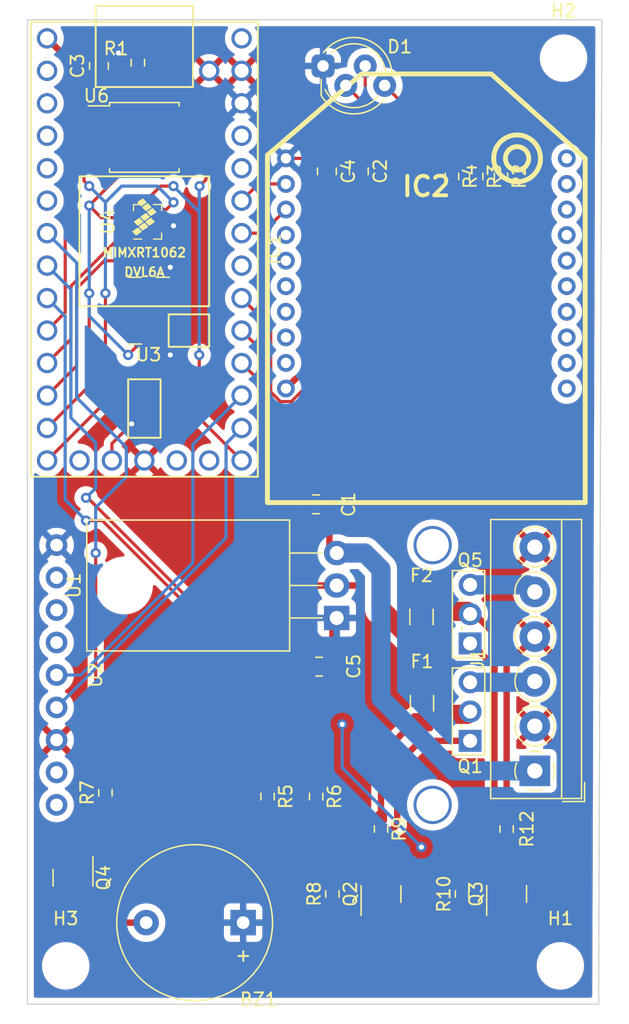
<source format=kicad_pcb>
(kicad_pcb (version 20211014) (generator pcbnew)
  (layers (0 "F.Cu" signal) (31 "B.Cu" signal) (34 "B.Paste" user) (35 "F.Paste" user) (36 "B.SilkS" user "B.Silkscreen") (37 "F.SilkS" user "F.Silkscreen") (38 "B.Mask" user) (39 "F.Mask" user) (44 "Edge.Cuts" user))
  (net 0 "")
  (net 1 "Net-(D1-Pad4)")
  (net 2 "Net-(D1-Pad3)")
  (net 3 "Net-(D1-Pad2)")
  (net 6 "GND")
  (net 7 "/SCK")
  (net 9 "/MISO")
  (net 10 "/XBEE-RX")
  (net 11 "/XBEE-TX")
  (net 14 "Net-(R1-Pad2)")
  (net 16 "+3V3")
  (net 17 "Net-(BZ1-Pad2)")
  (net 19 "/GPS-RX")
  (net 20 "/GPS-TX")
  (net 24 "/MOSI")
  (net 25 "/ADXL-CS")
  (net 26 "/BMP-CS")
  (net 27 "/FL-CS")
  (net 28 "BUZZER")
  (net 29 "Net-(F1-Pad2)")
  (net 30 "LED-B")
  (net 31 "LED-G")
  (net 32 "LED-R")
  (net 62 "Net-(F2-Pad2)")
  (net 63 "+BATT")
  (net 64 "/ACT1")
  (net 65 "/ACT2")
  (net 66 "Net-(Q1-Pad1)")
  (net 67 "/DROGUE_POW")
  (net 68 "Net-(Q2-Pad1)")
  (net 69 "Net-(Q3-Pad1)")
  (net 70 "Net-(Q3-Pad3)")
  (net 71 "Net-(Q4-Pad1)")
  (net 72 "/MAIN_POW")
  (footprint "Package_LGA:LGA-14_3x5mm_P0.8mm_LayoutBorder1x6y" (layer "F.Cu") (at 81.5 86.75 180)
    (fp_text reference "U3" (at 0 -3.45) (layer "F.SilkS"))
    (fp_text value "ADXL343")
    (pad "1" smd roundrect locked (at -1 -2 180) (size 0.95 0.6) (layers "F.Cu" "F.Paste" "F.Mask") (net 16 "+3V3"))
    (pad "2" smd roundrect locked (at -1 -1.2 180) (size 0.95 0.6) (layers "F.Cu" "F.Paste" "F.Mask") (net 6 "GND"))
    (pad "3" smd roundrect locked (at -1 -0.4 180) (size 0.95 0.6) (layers "F.Cu" "F.Paste" "F.Mask"))
    (pad "4" smd roundrect locked (at -1 0.4 180) (size 0.95 0.6) (layers "F.Cu" "F.Paste" "F.Mask") (net 6 "GND"))
    (pad "5" smd roundrect locked (at -1 1.2 180) (size 0.95 0.6) (layers "F.Cu" "F.Paste" "F.Mask") (net 6 "GND"))
    (pad "6" smd roundrect locked (at -1 2 180) (size 0.95 0.6) (layers "F.Cu" "F.Paste" "F.Mask") (net 16 "+3V3"))
    (pad "7" smd roundrect locked (at 0 2 180) (size 0.6 0.95) (layers "F.Cu" "F.Paste" "F.Mask") (net 25 "/ADXL-CS"))
    (pad "8" smd roundrect locked (at 1 2 180) (size 0.95 0.6) (layers "F.Cu" "F.Paste" "F.Mask"))
    (pad "9" smd roundrect locked (at 1 1.2 180) (size 0.95 0.6) (layers "F.Cu" "F.Paste" "F.Mask"))
    (pad "10" smd roundrect locked (at 1 0.4 180) (size 0.95 0.6) (layers "F.Cu" "F.Paste" "F.Mask"))
    (pad "11" smd roundrect locked (at 1 -0.4 180) (size 0.95 0.6) (layers "F.Cu" "F.Paste" "F.Mask"))
    (pad "12" smd roundrect locked (at 1 -1.2 180) (size 0.95 0.6) (layers "F.Cu" "F.Paste" "F.Mask") (net 9 "/MISO"))
    (pad "13" smd roundrect locked (at 1 -2 180) (size 0.95 0.6) (layers "F.Cu" "F.Paste" "F.Mask") (net 24 "/MOSI"))
    (pad "14" smd roundrect locked (at 0 -2 180) (size 0.6 0.95) (layers "F.Cu" "F.Paste" "F.Mask") (net 7 "/SCK"))
  )
  (footprint "Package_SO:SOIC-8_5.23x5.23mm_P1.27mm" (layer "F.Cu") (at 81.158 73.198)
    (fp_text reference "U6" (at -3.75 -3.25) (layer "F.SilkS"))
    (fp_text value "Memory_Flash_W25Q32JVSS")
    (pad "1" smd roundrect locked (at -3.6 -1.905) (size 1.6 0.6) (layers "F.Cu" "F.Paste" "F.Mask") (net 27 "/FL-CS"))
    (pad "2" smd roundrect locked (at -3.6 -0.635) (size 1.6 0.6) (layers "F.Cu" "F.Paste" "F.Mask") (net 9 "/MISO"))
    (pad "3" smd roundrect locked (at -3.6 0.635) (size 1.6 0.6) (layers "F.Cu" "F.Paste" "F.Mask"))
    (pad "4" smd roundrect locked (at -3.6 1.905) (size 1.6 0.6) (layers "F.Cu" "F.Paste" "F.Mask") (net 6 "GND"))
    (pad "5" smd roundrect locked (at 3.6 1.905) (size 1.6 0.6) (layers "F.Cu" "F.Paste" "F.Mask") (net 24 "/MOSI"))
    (pad "6" smd roundrect locked (at 3.6 0.635) (size 1.6 0.6) (layers "F.Cu" "F.Paste" "F.Mask") (net 7 "/SCK"))
    (pad "7" smd roundrect locked (at 3.6 -0.635) (size 1.6 0.6) (layers "F.Cu" "F.Paste" "F.Mask") (net 14 "Net-(R1-Pad2)"))
    (pad "8" smd roundrect locked (at 3.6 -1.905) (size 1.6 0.6) (layers "F.Cu" "F.Paste" "F.Mask") (net 16 "+3V3"))
  )
  (footprint "Capacitor_SMD:C_0805_2012Metric_Pad1.18x1.45mm_HandSolder" (layer "F.Cu") (at 94.62 101.9 180)
    (fp_text reference "C1" (at -2.54 -0.02 90) (layer "F.SilkS"))
    (fp_text value "10uf")
    (pad "1" smd roundrect locked (at -1.0375 0 180) (size 1.175 1.45) (layers "F.Cu" "F.Paste" "F.Mask") (roundrect_rratio 0.212766) (net 63 "+BATT"))
    (pad "2" smd roundrect locked (at 1.0375 0 180) (size 1.175 1.45) (layers "F.Cu" "F.Paste" "F.Mask") (roundrect_rratio 0.212766) (net 6 "GND"))
  )
  (footprint "Capacitor_SMD:C_0805_2012Metric_Pad1.18x1.45mm_HandSolder" (layer "F.Cu") (at 94.8525 114.6 180)
    (fp_text reference "C5" (at -2.71 0.02 90) (layer "F.SilkS"))
    (fp_text value "10uf")
    (pad "1" smd roundrect locked (at -1.0375 0 180) (size 1.175 1.45) (layers "F.Cu" "F.Paste" "F.Mask") (roundrect_rratio 0.212766) (net 16 "+3V3"))
    (pad "2" smd roundrect locked (at 1.0375 0 180) (size 1.175 1.45) (layers "F.Cu" "F.Paste" "F.Mask") (roundrect_rratio 0.212766) (net 6 "GND"))
  )
  (footprint "Package_TO_SOT_THT:TO-220-3_Horizontal_TabDown" (layer "F.Cu") (at 96.23 110.79 90)
    (fp_text reference "U1" (at 2.54 -20.58 90) (layer "F.SilkS"))
    (fp_text value "VXO7803-1000")
    (pad "" np_thru_hole oval locked (at 2.54 -16.66 90) (size 3.5 3.5) (drill 3.5) (layers *.Cu *.Mask))
    (pad "1" thru_hole rect locked (at 0 0 90) (size 1.905 2) (drill 1.1) (layers *.Cu *.Mask) (net 16 "+3V3"))
    (pad "2" thru_hole oval locked (at 2.54 0 90) (size 1.905 2) (drill 1.1) (layers *.Cu *.Mask) (net 6 "GND"))
    (pad "3" thru_hole oval locked (at 5.08 0 90) (size 1.905 2) (drill 1.1) (layers *.Cu *.Mask) (net 63 "+BATT"))
  )
  (footprint "Resistor_SMD:R_0603_1608Metric_Pad0.98x0.95mm_HandSolder" (layer "F.Cu") (at 80.65 67.356 -90)
    (fp_text reference "R1" (at -1.1 1.7) (layer "F.SilkS"))
    (fp_text value "10M")
    (pad "1" smd roundrect locked (at -0.9125 0 270) (size 0.975 0.95) (layers "F.Cu" "F.Paste" "F.Mask") (net 16 "+3V3"))
    (pad "2" smd roundrect locked (at 0.9125 0 270) (size 0.975 0.95) (layers "F.Cu" "F.Paste" "F.Mask") (net 14 "Net-(R1-Pad2)"))
  )
  (footprint "Flight Computer:XBEE_PRO_PTH" (layer "F.Cu") (at 103.25 74.84)
    (fp_text reference "IC2" (at 0 2.2) (layer "F.SilkS") (effects (font (size 1.524 1.524) (thickness 0.3048))))
    (fp_text value "XB24CZ7PIT-004" hide)
    (pad "1" thru_hole circle locked (at -11.00074 0) (size 1.397 1.397) (drill 0.8128) (layers *.Cu *.Mask) (net 16 "+3V3"))
    (pad "2" thru_hole circle locked (at -11.00074 1.99898) (size 1.397 1.397) (drill 0.8128) (layers *.Cu *.Mask) (net 11 "/XBEE-TX"))
    (pad "3" thru_hole circle locked (at -11.00074 4.0005) (size 1.397 1.397) (drill 0.8128) (layers *.Cu *.Mask) (net 10 "/XBEE-RX"))
    (pad "4" thru_hole circle locked (at -11.00074 5.99948) (size 1.397 1.397) (drill 0.8128) (layers *.Cu *.Mask))
    (pad "5" thru_hole circle locked (at -11.00074 8.001) (size 1.397 1.397) (drill 0.8128) (layers *.Cu *.Mask))
    (pad "6" thru_hole circle locked (at -11.00074 9.99998) (size 1.397 1.397) (drill 0.8128) (layers *.Cu *.Mask))
    (pad "7" thru_hole circle locked (at -11.00074 11.99896) (size 1.397 1.397) (drill 0.8128) (layers *.Cu *.Mask))
    (pad "8" thru_hole circle locked (at -11.00074 14.00048) (size 1.397 1.397) (drill 0.8128) (layers *.Cu *.Mask))
    (pad "9" thru_hole circle locked (at -11.00074 15.99946) (size 1.397 1.397) (drill 0.8128) (layers *.Cu *.Mask))
    (pad "10" thru_hole circle locked (at -11.00074 18.00098) (size 1.397 1.397) (drill 0.8128) (layers *.Cu *.Mask) (net 6 "GND"))
    (pad "11" thru_hole circle locked (at 11.00074 18.00098) (size 1.397 1.397) (drill 0.8128) (layers *.Cu *.Mask))
    (pad "12" thru_hole circle locked (at 11.00074 15.99946) (size 1.397 1.397) (drill 0.8128) (layers *.Cu *.Mask))
    (pad "13" thru_hole circle locked (at 11.00074 14.00048) (size 1.397 1.397) (drill 0.8128) (layers *.Cu *.Mask))
    (pad "14" thru_hole circle locked (at 11.00074 11.99896) (size 1.397 1.397) (drill 0.8128) (layers *.Cu *.Mask))
    (pad "15" thru_hole circle locked (at 11.00074 9.99998) (size 1.397 1.397) (drill 0.8128) (layers *.Cu *.Mask))
    (pad "16" thru_hole circle locked (at 11.00074 8.001) (size 1.397 1.397) (drill 0.8128) (layers *.Cu *.Mask))
    (pad "17" thru_hole circle locked (at 11.00074 5.99948) (size 1.397 1.397) (drill 0.8128) (layers *.Cu *.Mask))
    (pad "18" thru_hole circle locked (at 11.00074 4.0005) (size 1.397 1.397) (drill 0.8128) (layers *.Cu *.Mask))
    (pad "19" thru_hole circle locked (at 11.00074 1.99898) (size 1.397 1.397) (drill 0.8128) (layers *.Cu *.Mask))
    (pad "20" thru_hole circle locked (at 11.00074 0) (size 1.397 1.397) (drill 0.8128) (layers *.Cu *.Mask))
  )
  (footprint "Package_LGA:Bosch_LGA-8_2x2.5mm_P0.65mm_ClockwisePinNumbering" (layer "F.Cu") (at 81.412 79.802 90)
    (fp_text reference "U4" (at 0 -3.1 90) (layer "F.SilkS"))
    (fp_text value "BMP280")
    (pad "1" smd rect locked (at -0.975 -0.8 180) (size 0.5 0.35) (layers "F.Cu" "F.Paste" "F.Mask") (net 6 "GND"))
    (pad "2" smd rect locked (at -0.325 -0.8 180) (size 0.5 0.35) (layers "F.Cu" "F.Paste" "F.Mask") (net 26 "/BMP-CS"))
    (pad "3" smd rect locked (at 0.325 -0.8 180) (size 0.5 0.35) (layers "F.Cu" "F.Paste" "F.Mask") (net 24 "/MOSI"))
    (pad "4" smd rect locked (at 0.975 -0.8 180) (size 0.5 0.35) (layers "F.Cu" "F.Paste" "F.Mask") (net 7 "/SCK"))
    (pad "5" smd rect locked (at 0.975 0.8 180) (size 0.5 0.35) (layers "F.Cu" "F.Paste" "F.Mask") (net 9 "/MISO"))
    (pad "6" smd rect locked (at 0.325 0.8 180) (size 0.5 0.35) (layers "F.Cu" "F.Paste" "F.Mask") (net 16 "+3V3"))
    (pad "7" smd rect locked (at -0.325 0.8 180) (size 0.5 0.35) (layers "F.Cu" "F.Paste" "F.Mask") (net 6 "GND"))
    (pad "8" smd rect locked (at -0.975 0.8 180) (size 0.5 0.35) (layers "F.Cu" "F.Paste" "F.Mask") (net 16 "+3V3"))
  )
  (footprint "MountingHole:MountingHole_2.7mm_M2.5" (layer "F.Cu") (at 114 67)
    (fp_text reference "H2" (at 0 -3.7) (layer "F.SilkS"))
    (fp_text value "MountingHole")
    (pad "" np_thru_hole circle locked (at 0 0) (size 2.7 2.7) (drill 2.7) (layers *.Cu *.Mask))
  )
  (footprint "Capacitor_SMD:C_0805_2012Metric_Pad1.18x1.45mm_HandSolder" (layer "F.Cu") (at 97.96 75.8475 -90)
    (fp_text reference "C2" (at 0 -1.68 90) (layer "F.SilkS"))
    (fp_text value "1uf")
    (pad "1" smd roundrect locked (at -1.0375 0 270) (size 1.175 1.45) (layers "F.Cu" "F.Paste" "F.Mask") (roundrect_rratio 0.212766) (net 16 "+3V3"))
    (pad "2" smd roundrect locked (at 1.0375 0 270) (size 1.175 1.45) (layers "F.Cu" "F.Paste" "F.Mask") (roundrect_rratio 0.212766) (net 6 "GND"))
  )
  (footprint "Flight Computer:Teensy40" (layer "F.Cu") (at 81.16 81.96 -90)
    (fp_text reference "IC1" (at 0 -10.16 90) (layer "F.SilkS"))
    (fp_text value "TEENSY_4.0")
    (fp_text user "DVL6A" (at 1.778 0) (layer "F.SilkS") (effects (font (size 0.7 0.7))))
    (fp_text user "MIMXRT1062" (at 0.254 0) (layer "F.SilkS") (effects (font (size 0.7 0.7))))
    (pad "1" thru_hole circle (at -16.51 7.62 270) (size 1.6 1.6) (drill 1.1) (layers *.Cu *.Mask) (net 6 "GND"))
    (pad "2" thru_hole circle (at -13.97 7.62 270) (size 1.6 1.6) (drill 1.1) (layers *.Cu *.Mask))
    (pad "3" thru_hole circle (at -11.43 7.62 270) (size 1.6 1.6) (drill 1.1) (layers *.Cu *.Mask))
    (pad "4" thru_hole circle (at -8.89 7.62 270) (size 1.6 1.6) (drill 1.1) (layers *.Cu *.Mask))
    (pad "5" thru_hole circle (at -6.35 7.62 270) (size 1.6 1.6) (drill 1.1) (layers *.Cu *.Mask))
    (pad "6" thru_hole circle (at -3.81 7.62 270) (size 1.6 1.6) (drill 1.1) (layers *.Cu *.Mask))
    (pad "7" thru_hole circle (at -1.27 7.62 270) (size 1.6 1.6) (drill 1.1) (layers *.Cu *.Mask) (net 28 "BUZZER"))
    (pad "8" thru_hole circle (at 1.27 7.62 270) (size 1.6 1.6) (drill 1.1) (layers *.Cu *.Mask) (net 64 "/ACT1"))
    (pad "9" thru_hole circle (at 3.81 7.62 270) (size 1.6 1.6) (drill 1.1) (layers *.Cu *.Mask) (net 65 "/ACT2"))
    (pad "10" thru_hole circle (at 6.35 7.62 270) (size 1.6 1.6) (drill 1.1) (layers *.Cu *.Mask) (net 27 "/FL-CS"))
    (pad "11" thru_hole circle (at 8.89 7.62 270) (size 1.6 1.6) (drill 1.1) (layers *.Cu *.Mask) (net 26 "/BMP-CS"))
    (pad "12" thru_hole circle (at 11.43 7.62 270) (size 1.6 1.6) (drill 1.1) (layers *.Cu *.Mask) (net 25 "/ADXL-CS"))
    (pad "13" thru_hole circle (at 13.97 7.62 270) (size 1.6 1.6) (drill 1.1) (layers *.Cu *.Mask) (net 24 "/MOSI"))
    (pad "14" thru_hole circle (at 16.51 7.62 270) (size 1.6 1.6) (drill 1.1) (layers *.Cu *.Mask) (net 9 "/MISO"))
    (pad "15" thru_hole circle (at 16.51 5.08 270) (size 1.6 1.6) (drill 1.1) (layers *.Cu *.Mask))
    (pad "16" thru_hole circle (at 16.51 2.54 270) (size 1.6 1.6) (drill 1.1) (layers *.Cu *.Mask) (net 16 "+3V3"))
    (pad "17" thru_hole circle (at 16.51 0 270) (size 1.6 1.6) (drill 1.1) (layers *.Cu *.Mask) (net 6 "GND"))
    (pad "18" thru_hole circle (at 16.51 -2.54 270) (size 1.6 1.6) (drill 1.1) (layers *.Cu *.Mask))
    (pad "19" thru_hole circle (at 16.51 -5.08 270) (size 1.6 1.6) (drill 1.1) (layers *.Cu *.Mask))
    (pad "20" thru_hole circle (at 16.51 -7.62 270) (size 1.6 1.6) (drill 1.1) (layers *.Cu *.Mask) (net 7 "/SCK"))
    (pad "21" thru_hole circle (at 13.97 -7.62 270) (size 1.6 1.6) (drill 1.1) (layers *.Cu *.Mask) (net 19 "/GPS-RX"))
    (pad "22" thru_hole circle (at 11.43 -7.62 270) (size 1.6 1.6) (drill 1.1) (layers *.Cu *.Mask) (net 20 "/GPS-TX"))
    (pad "23" thru_hole circle (at 8.89 -7.62 270) (size 1.6 1.6) (drill 1.1) (layers *.Cu *.Mask) (net 32 "LED-R"))
    (pad "24" thru_hole circle (at 6.35 -7.62 270) (size 1.6 1.6) (drill 1.1) (layers *.Cu *.Mask) (net 31 "LED-G"))
    (pad "25" thru_hole circle (at 3.81 -7.62 270) (size 1.6 1.6) (drill 1.1) (layers *.Cu *.Mask) (net 30 "LED-B"))
    (pad "26" thru_hole circle (at 1.27 -7.62 270) (size 1.6 1.6) (drill 1.1) (layers *.Cu *.Mask))
    (pad "27" thru_hole circle (at -1.27 -7.62 270) (size 1.6 1.6) (drill 1.1) (layers *.Cu *.Mask) (net 10 "/XBEE-RX"))
    (pad "28" thru_hole circle (at -3.81 -7.62 270) (size 1.6 1.6) (drill 1.1) (layers *.Cu *.Mask) (net 11 "/XBEE-TX"))
    (pad "29" thru_hole circle (at -6.35 -7.62 270) (size 1.6 1.6) (drill 1.1) (layers *.Cu *.Mask))
    (pad "30" thru_hole circle (at -8.89 -7.62 270) (size 1.6 1.6) (drill 1.1) (layers *.Cu *.Mask))
    (pad "31" thru_hole circle (at -11.43 -7.62 270) (size 1.6 1.6) (drill 1.1) (layers *.Cu *.Mask) (net 16 "+3V3"))
    (pad "32" thru_hole circle (at -13.97 -7.62 270) (size 1.6 1.6) (drill 1.1) (layers *.Cu *.Mask) (net 6 "GND"))
    (pad "33" thru_hole circle (at -16.51 -7.62 270) (size 1.6 1.6) (drill 1.1) (layers *.Cu *.Mask))
    (pad "34" thru_hole circle (at -13.97 -5.08 270) (size 1.6 1.6) (drill 1.1) (layers *.Cu *.Mask) (net 6 "GND"))
  )
  (footprint "Package_TO_SOT_SMD:SOT-23" (layer "F.Cu") (at 99.7 132.38 90)
    (fp_text reference "Q2" (at 0 -2.4 90) (layer "F.SilkS"))
    (fp_text value "2N7002")
    (pad "1" smd roundrect locked (at -0.9375 -0.95 90) (size 1.475 0.6) (layers "F.Cu" "F.Paste" "F.Mask") (net 68 "Net-(Q2-Pad1)"))
    (pad "2" smd roundrect locked (at -0.9375 0.95 90) (size 1.475 0.6) (layers "F.Cu" "F.Paste" "F.Mask") (net 6 "GND"))
    (pad "3" smd roundrect locked (at 0.9375 0 90) (size 1.475 0.6) (layers "F.Cu" "F.Paste" "F.Mask") (net 66 "Net-(Q1-Pad1)"))
  )
  (footprint "Resistor_SMD:R_0603_1608Metric_Pad0.98x0.95mm_HandSolder" (layer "F.Cu") (at 105.26 76.246 -90)
    (fp_text reference "R4" (at 0 -1.43 90) (layer "F.SilkS"))
    (fp_text value "220")
    (pad "1" smd roundrect locked (at -0.9125 0 270) (size 0.975 0.95) (layers "F.Cu" "F.Paste" "F.Mask") (net 3 "Net-(D1-Pad2)"))
    (pad "2" smd roundrect locked (at 0.9125 0 270) (size 0.975 0.95) (layers "F.Cu" "F.Paste" "F.Mask") (net 30 "LED-B"))
  )
  (footprint "Flight Computer:Adafruit_GPS_THT" (layer "F.Cu") (at 72.25 115.25 -90)
    (fp_text reference "U2" (at 0 -5.08 90) (layer "F.SilkS"))
    (fp_text value "Flight-Computer_Adafruit_GPS_THT")
    (pad "" np_thru_hole circle locked (at -10.16 -31.496 270) (size 3 3) (drill 2.54) (layers *.Cu *.Mask))
    (pad "" np_thru_hole circle locked (at 10.16 -31.496 270) (size 3 3) (drill 2.54) (layers *.Cu *.Mask))
    (pad "1" thru_hole circle locked (at -10.16 -2.032 270) (size 1.7 1.7) (drill 1) (layers *.Cu *.Mask) (net 16 "+3V3"))
    (pad "2" thru_hole circle locked (at -7.62 -2.032 270) (size 1.7 1.7) (drill 1) (layers *.Cu *.Mask))
    (pad "3" thru_hole circle locked (at -5.08 -2.032 270) (size 1.7 1.7) (drill 1) (layers *.Cu *.Mask))
    (pad "4" thru_hole circle locked (at -2.54 -2.032 270) (size 1.7 1.7) (drill 1) (layers *.Cu *.Mask))
    (pad "5" thru_hole circle locked (at 0 -2.032 270) (size 1.7 1.7) (drill 1) (layers *.Cu *.Mask) (net 20 "/GPS-TX"))
    (pad "6" thru_hole circle locked (at 2.54 -2.032 270) (size 1.7 1.7) (drill 1) (layers *.Cu *.Mask) (net 19 "/GPS-RX"))
    (pad "7" thru_hole circle locked (at 5.08 -2.032 270) (size 1.7 1.7) (drill 1) (layers *.Cu *.Mask) (net 6 "GND"))
    (pad "8" thru_hole circle locked (at 7.62 -2.032 270) (size 1.7 1.7) (drill 1) (layers *.Cu *.Mask))
    (pad "9" thru_hole circle locked (at 10.16 -2.032 270) (size 1.7 1.7) (drill 1) (layers *.Cu *.Mask))
  )
  (footprint "Resistor_SMD:R_0603_1608Metric_Pad0.98x0.95mm_HandSolder" (layer "F.Cu") (at 94.62 124.76 -90)
    (fp_text reference "R6" (at 0 -1.43 90) (layer "F.SilkS"))
    (fp_text value "100R")
    (pad "1" smd roundrect locked (at -0.9125 0 270) (size 0.975 0.95) (layers "F.Cu" "F.Paste" "F.Mask") (net 64 "/ACT1"))
    (pad "2" smd roundrect locked (at 0.9125 0 270) (size 0.975 0.95) (layers "F.Cu" "F.Paste" "F.Mask") (net 68 "Net-(Q2-Pad1)"))
  )
  (footprint "Fuse:Fuse_1206_3216Metric_Pad1.42x1.75mm_HandSolder" (layer "F.Cu") (at 102.91 117.46 -90)
    (fp_text reference "F1" (at -3.2625 0 -180) (layer "F.SilkS"))
    (fp_text value "3A Polyfuse")
    (pad "1" smd roundrect locked (at -1.4875 0 270) (size 1.425 1.75) (layers "F.Cu" "F.Paste" "F.Mask") (roundrect_rratio 0.175439) (net 63 "+BATT"))
    (pad "2" smd roundrect locked (at 1.4875 0 270) (size 1.425 1.75) (layers "F.Cu" "F.Paste" "F.Mask") (roundrect_rratio 0.175439) (net 29 "Net-(F1-Pad2)"))
  )
  (footprint "Package_TO_SOT_THT:TO-251-3_Vertical" (layer "F.Cu") (at 106.68 120.4 90)
    (fp_text reference "Q1" (at -2 0 180) (layer "F.SilkS"))
    (fp_text value "AOI21357")
    (pad "1" thru_hole rect locked (at 0 0 90) (size 1.7175 1.8) (drill 1.1) (layers *.Cu *.Mask) (net 66 "Net-(Q1-Pad1)"))
    (pad "2" thru_hole oval locked (at 2.29 0 90) (size 1.7175 1.8) (drill 1.1) (layers *.Cu *.Mask) (net 29 "Net-(F1-Pad2)"))
    (pad "3" thru_hole oval locked (at 4.58 0 90) (size 1.7175 1.8) (drill 1.1) (layers *.Cu *.Mask) (net 67 "/DROGUE_POW"))
  )
  (footprint "Capacitor_SMD:C_0805_2012Metric_Pad1.18x1.45mm_HandSolder" (layer "F.Cu") (at 95.46 75.8475 -90)
    (fp_text reference "C4" (at 0 -1.68 90) (layer "F.SilkS"))
    (fp_text value "47pf")
    (pad "1" smd roundrect locked (at -1.0375 0 270) (size 1.175 1.45) (layers "F.Cu" "F.Paste" "F.Mask") (roundrect_rratio 0.212766) (net 16 "+3V3"))
    (pad "2" smd roundrect locked (at 1.0375 0 270) (size 1.175 1.45) (layers "F.Cu" "F.Paste" "F.Mask") (roundrect_rratio 0.212766) (net 6 "GND"))
  )
  (footprint "Package_TO_SOT_SMD:SOT-23" (layer "F.Cu") (at 75.57 131.11 -90)
    (fp_text reference "Q4" (at 0 -2.4 90) (layer "F.SilkS"))
    (fp_text value "2N7002")
    (pad "1" smd roundrect locked (at -0.9375 -0.95 270) (size 1.475 0.6) (layers "F.Cu" "F.Paste" "F.Mask") (net 71 "Net-(Q4-Pad1)"))
    (pad "2" smd roundrect locked (at -0.9375 0.95 270) (size 1.475 0.6) (layers "F.Cu" "F.Paste" "F.Mask") (net 6 "GND"))
    (pad "3" smd roundrect locked (at 0.9375 0 270) (size 1.475 0.6) (layers "F.Cu" "F.Paste" "F.Mask") (net 17 "Net-(BZ1-Pad2)"))
  )
  (footprint "Package_TO_SOT_THT:TO-251-3_Vertical" (layer "F.Cu") (at 106.68 112.78 90)
    (fp_text reference "Q5" (at 6.5 0 180) (layer "F.SilkS"))
    (fp_text value "AOI21357")
    (pad "1" thru_hole rect locked (at 0 0 90) (size 1.7175 1.8) (drill 1.1) (layers *.Cu *.Mask) (net 70 "Net-(Q3-Pad3)"))
    (pad "2" thru_hole oval locked (at 2.29 0 90) (size 1.7175 1.8) (drill 1.1) (layers *.Cu *.Mask) (net 62 "Net-(F2-Pad2)"))
    (pad "3" thru_hole oval locked (at 4.58 0 90) (size 1.7175 1.8) (drill 1.1) (layers *.Cu *.Mask) (net 72 "/MAIN_POW"))
  )
  (footprint "MountingHole:MountingHole_2.7mm_M2.5" (layer "F.Cu") (at 75 138)
    (fp_text reference "H3" (at 0 -3.7) (layer "F.SilkS"))
    (fp_text value "MountingHole")
    (pad "" np_thru_hole circle locked (at 0 0) (size 2.7 2.7) (drill 2.7) (layers *.Cu *.Mask))
  )
  (footprint "Capacitor_SMD:C_0805_2012Metric_Pad1.18x1.45mm_HandSolder" (layer "F.Cu") (at 77.602 67.61 90)
    (fp_text reference "C3" (at 0 -1.68 90) (layer "F.SilkS"))
    (fp_text value "22uf")
    (pad "1" smd roundrect locked (at -1.0375 0 90) (size 1.175 1.45) (layers "F.Cu" "F.Paste" "F.Mask") (roundrect_rratio 0.212766) (net 6 "GND"))
    (pad "2" smd roundrect locked (at 1.0375 0 90) (size 1.175 1.45) (layers "F.Cu" "F.Paste" "F.Mask") (roundrect_rratio 0.212766) (net 16 "+3V3"))
  )
  (footprint "Resistor_SMD:R_0603_1608Metric_Pad0.98x0.95mm_HandSolder" (layer "F.Cu") (at 90.81 124.76 -90)
    (fp_text reference "R5" (at 0 -1.43 90) (layer "F.SilkS"))
    (fp_text value "100R")
    (pad "1" smd roundrect locked (at -0.9125 0 270) (size 0.975 0.95) (layers "F.Cu" "F.Paste" "F.Mask") (net 65 "/ACT2"))
    (pad "2" smd roundrect locked (at 0.9125 0 270) (size 0.975 0.95) (layers "F.Cu" "F.Paste" "F.Mask") (net 69 "Net-(Q3-Pad1)"))
  )
  (footprint "TerminalBlock_4Ucon:TerminalBlock_4Ucon_1x06_P3.50mm_Horizontal" (layer "F.Cu") (at 111.75 122.75 90)
    (fp_text reference "J1" (at 8.75 -4.46 90) (layer "F.SilkS"))
    (fp_text value "Screw_Terminal_01x06")
    (pad "1" thru_hole rect locked (at 0 0 90) (size 2.4 2.4) (drill 1.2) (layers *.Cu *.Mask) (net 63 "+BATT"))
    (pad "2" thru_hole circle locked (at 3.5 0 90) (size 2.4 2.4) (drill 1.2) (layers *.Cu *.Mask) (net 6 "GND"))
    (pad "3" thru_hole circle locked (at 7 0 90) (size 2.4 2.4) (drill 1.2) (layers *.Cu *.Mask) (net 67 "/DROGUE_POW"))
    (pad "4" thru_hole circle locked (at 10.5 0 90) (size 2.4 2.4) (drill 1.2) (layers *.Cu *.Mask) (net 6 "GND"))
    (pad "5" thru_hole circle locked (at 14 0 90) (size 2.4 2.4) (drill 1.2) (layers *.Cu *.Mask) (net 72 "/MAIN_POW"))
    (pad "6" thru_hole circle locked (at 17.5 0 90) (size 2.4 2.4) (drill 1.2) (layers *.Cu *.Mask) (net 6 "GND"))
  )
  (footprint "Buzzer_Beeper:Buzzer_12x9.5RM7.6" (layer "F.Cu") (at 88.9 134.62 180)
    (fp_text reference "BZ1" (at -1.2 -6) (layer "F.SilkS"))
    (fp_text value "Buzzer")
    (fp_text user "+" (at -0.01 -2.54) (layer "F.SilkS"))
    (pad "1" thru_hole rect locked (at 0 0 180) (size 2 2) (drill 1) (layers *.Cu *.Mask) (net 16 "+3V3"))
    (pad "2" thru_hole circle locked (at 7.6 0 180) (size 2 2) (drill 1) (layers *.Cu *.Mask) (net 17 "Net-(BZ1-Pad2)"))
  )
  (footprint "Resistor_SMD:R_0603_1608Metric_Pad0.98x0.95mm_HandSolder" (layer "F.Cu") (at 95.89 132.38 90)
    (fp_text reference "R8" (at 0 -1.43 90) (layer "F.SilkS"))
    (fp_text value "10k")
    (pad "1" smd roundrect locked (at -0.9125 0 90) (size 0.975 0.95) (layers "F.Cu" "F.Paste" "F.Mask") (net 68 "Net-(Q2-Pad1)"))
    (pad "2" smd roundrect locked (at 0.9125 0 90) (size 0.975 0.95) (layers "F.Cu" "F.Paste" "F.Mask") (net 6 "GND"))
  )
  (footprint "Resistor_SMD:R_0603_1608Metric_Pad0.98x0.95mm_HandSolder" (layer "F.Cu") (at 109.54 127.3 -90)
    (fp_text reference "R12" (at 0 -1.59 90) (layer "F.SilkS"))
    (fp_text value "10k")
    (pad "1" smd roundrect locked (at -0.9125 0 270) (size 0.975 0.95) (layers "F.Cu" "F.Paste" "F.Mask") (net 62 "Net-(F2-Pad2)"))
    (pad "2" smd roundrect locked (at 0.9125 0 270) (size 0.975 0.95) (layers "F.Cu" "F.Paste" "F.Mask") (net 70 "Net-(Q3-Pad3)"))
  )
  (footprint "Resistor_SMD:R_0603_1608Metric_Pad0.98x0.95mm_HandSolder" (layer "F.Cu") (at 78.11 124.46 90)
    (fp_text reference "R7" (at 0 -1.43 90) (layer "F.SilkS"))
    (fp_text value "100")
    (pad "1" smd roundrect locked (at -0.9125 0 90) (size 0.975 0.95) (layers "F.Cu" "F.Paste" "F.Mask") (net 71 "Net-(Q4-Pad1)"))
    (pad "2" smd roundrect locked (at 0.9125 0 90) (size 0.975 0.95) (layers "F.Cu" "F.Paste" "F.Mask") (net 28 "BUZZER"))
  )
  (footprint "Package_TO_SOT_SMD:SOT-23" (layer "F.Cu") (at 109.54 132.38 90)
    (fp_text reference "Q3" (at 0 -2.4 90) (layer "F.SilkS"))
    (fp_text value "2N7002")
    (pad "1" smd roundrect locked (at -0.9375 -0.95 90) (size 1.475 0.6) (layers "F.Cu" "F.Paste" "F.Mask") (net 69 "Net-(Q3-Pad1)"))
    (pad "2" smd roundrect locked (at -0.9375 0.95 90) (size 1.475 0.6) (layers "F.Cu" "F.Paste" "F.Mask") (net 6 "GND"))
    (pad "3" smd roundrect locked (at 0.9375 0 90) (size 1.475 0.6) (layers "F.Cu" "F.Paste" "F.Mask") (net 70 "Net-(Q3-Pad3)"))
  )
  (footprint "Resistor_SMD:R_0603_1608Metric_Pad0.98x0.95mm_HandSolder" (layer "F.Cu") (at 99.7 127.3 -90)
    (fp_text reference "R9" (at 0 -1.43 90) (layer "F.SilkS"))
    (fp_text value "10k")
    (pad "1" smd roundrect locked (at -0.9125 0 270) (size 0.975 0.95) (layers "F.Cu" "F.Paste" "F.Mask") (net 29 "Net-(F1-Pad2)"))
    (pad "2" smd roundrect locked (at 0.9125 0 270) (size 0.975 0.95) (layers "F.Cu" "F.Paste" "F.Mask") (net 66 "Net-(Q1-Pad1)"))
  )
  (footprint "Resistor_SMD:R_0603_1608Metric_Pad0.98x0.95mm_HandSolder" (layer "F.Cu") (at 109.098 76.246 -90)
    (fp_text reference "R2" (at 0 -1.43 90) (layer "F.SilkS"))
    (fp_text value "220")
    (pad "1" smd roundrect locked (at -0.9125 0 270) (size 0.975 0.95) (layers "F.Cu" "F.Paste" "F.Mask") (net 1 "Net-(D1-Pad4)"))
    (pad "2" smd roundrect locked (at 0.9125 0 270) (size 0.975 0.95) (layers "F.Cu" "F.Paste" "F.Mask") (net 32 "LED-R"))
  )
  (footprint "LED_THT:LED_D5.0mm-4_RGB_Staggered_Pins" (layer "F.Cu") (at 95.16 67.61)
    (fp_text reference "D1" (at 6 -1.5) (layer "F.SilkS"))
    (fp_text value "LED_ABGR")
    (pad "1" thru_hole roundrect locked (at 0 0) (size 1.8 1.8) (drill 0.9) (layers *.Cu *.Mask) (net 16 "+3V3"))
    (pad "2" thru_hole circle locked (at 1.778 1.524) (size 1.8 1.8) (drill 0.9) (layers *.Cu *.Mask) (net 3 "Net-(D1-Pad2)"))
    (pad "3" thru_hole circle locked (at 3.302 0) (size 1.8 1.8) (drill 0.9) (layers *.Cu *.Mask) (net 2 "Net-(D1-Pad3)"))
    (pad "4" thru_hole circle locked (at 4.826 1.524) (size 1.8 1.8) (drill 0.9) (layers *.Cu *.Mask) (net 1 "Net-(D1-Pad4)"))
  )
  (footprint "Resistor_SMD:R_0603_1608Metric_Pad0.98x0.95mm_HandSolder" (layer "F.Cu") (at 106.05 132.38 90)
    (fp_text reference "R10" (at 0 -1.43 90) (layer "F.SilkS"))
    (fp_text value "10k")
    (pad "1" smd roundrect locked (at -0.9125 0 90) (size 0.975 0.95) (layers "F.Cu" "F.Paste" "F.Mask") (net 69 "Net-(Q3-Pad1)"))
    (pad "2" smd roundrect locked (at 0.9125 0 90) (size 0.975 0.95) (layers "F.Cu" "F.Paste" "F.Mask") (net 6 "GND"))
  )
  (footprint "Resistor_SMD:R_0603_1608Metric_Pad0.98x0.95mm_HandSolder" (layer "F.Cu") (at 107.16 76.246 -90)
    (fp_text reference "R3" (at 0 -1.43 90) (layer "F.SilkS"))
    (fp_text value "220")
    (pad "1" smd roundrect locked (at -0.9125 0 270) (size 0.975 0.95) (layers "F.Cu" "F.Paste" "F.Mask") (net 2 "Net-(D1-Pad3)"))
    (pad "2" smd roundrect locked (at 0.9125 0 270) (size 0.975 0.95) (layers "F.Cu" "F.Paste" "F.Mask") (net 31 "LED-G"))
  )
  (footprint "MountingHole:MountingHole_2.7mm_M2.5" (layer "F.Cu") (at 113.75 138)
    (fp_text reference "H1" (at 0 -3.7) (layer "F.SilkS"))
    (fp_text value "MountingHole")
    (pad "" np_thru_hole circle locked (at 0 0) (size 2.7 2.7) (drill 2.7) (layers *.Cu *.Mask))
  )
  (footprint "Fuse:Fuse_1206_3216Metric_Pad1.42x1.75mm_HandSolder" (layer "F.Cu") (at 102.87 110.71 90)
    (fp_text reference "F2" (at 3.25 0 180) (layer "F.SilkS"))
    (fp_text value "3A Polyfuse")
    (pad "1" smd roundrect locked (at -1.4875 0 90) (size 1.425 1.75) (layers "F.Cu" "F.Paste" "F.Mask") (roundrect_rratio 0.175439) (net 63 "+BATT"))
    (pad "2" smd roundrect locked (at 1.4875 0 90) (size 1.425 1.75) (layers "F.Cu" "F.Paste" "F.Mask") (roundrect_rratio 0.175439) (net 62 "Net-(F2-Pad2)"))
  )
  (gr_line (start 72 64) (end 117 64) (layer "Edge.Cuts") (width 0.1))
  (gr_line (start 117 64) (end 116.75 141) (layer "Edge.Cuts") (width 0.1))
  (gr_line (start 72 64) (end 72 141) (layer "Edge.Cuts") (width 0.1))
  (gr_line (start 116.75 141) (end 72 141) (layer "Edge.Cuts") (width 0.1))
  (segment (start 109.098 74.214) (end 106.304 71.42) (width 0.25) (layer "F.Cu") (net 1))
  (segment (start 109.098 75.3335) (end 109.098 74.214) (width 0.25) (layer "F.Cu") (net 1))
  (segment (start 106.304 71.42) (end 102.272 71.42) (width 0.25) (layer "F.Cu") (net 1))
  (segment (start 102.272 71.42) (end 99.986 69.134) (width 0.25) (layer "F.Cu") (net 1))
  (segment (start 107.16 73.292) (end 105.796 71.928) (width 0.25) (layer "F.Cu") (net 2))
  (segment (start 105.796 71.928) (end 100.462 71.928) (width 0.25) (layer "F.Cu") (net 2))
  (segment (start 100.462 71.928) (end 98.462 69.928) (width 0.25) (layer "F.Cu") (net 2))
  (segment (start 107.16 75.3335) (end 107.16 73.292) (width 0.25) (layer "F.Cu") (net 2))
  (segment (start 98.462 69.928) (end 98.462 67.61) (width 0.25) (layer "F.Cu") (net 2))
  (segment (start 105.26 73.424) (end 104.272 72.436) (width 0.25) (layer "F.Cu") (net 3))
  (segment (start 104.272 72.436) (end 100.24 72.436) (width 0.25) (layer "F.Cu") (net 3))
  (segment (start 105.26 75.3335) (end 105.26 73.424) (width 0.25) (layer "F.Cu") (net 3))
  (segment (start 100.24 72.436) (end 96.938 69.134) (width 0.25) (layer "F.Cu") (net 3))
  (segment (start 81.31 80.46) (end 81.66 80.11) (width 0.25) (layer "F.Cu") (net 6))
  (segment (start 83.388 86.35) (end 83.444 86.406) (width 0.25) (layer "F.Cu") (net 6))
  (segment (start 83.444 86.152) (end 83.444 86.406) (width 0.25) (layer "F.Cu") (net 6))
  (segment (start 83.444 87.352072) (end 82.846072 87.95) (width 0.25) (layer "F.Cu") (net 6))
  (segment (start 93.815 116.265) (end 96.66 119.11) (width 0.25) (layer "F.Cu") (net 6))
  (segment (start 81.21 80.56) (end 81.31 80.46) (width 0.25) (layer "F.Cu") (net 6))
  (segment (start 81.677 80.127) (end 82.212 80.127) (width 0.25) (layer "F.Cu") (net 6))
  (segment (start 80.612 80.777) (end 80.993 80.777) (width 0.25) (layer "F.Cu") (net 6))
  (segment (start 80.993 80.777) (end 81.21 80.56) (width 0.25) (layer "F.Cu") (net 6))
  (segment (start 82.846072 87.95) (end 82.5 87.95) (width 0.25) (layer "F.Cu") (net 6))
  (segment (start 83.444 86.406) (end 83.444 87.352072) (width 0.25) (layer "F.Cu") (net 6))
  (segment (start 93.815 114.6) (end 93.815 116.265) (width 0.25) (layer "F.Cu") (net 6))
  (segment (start 82.842 85.55) (end 83.444 86.152) (width 0.25) (layer "F.Cu") (net 6))
  (segment (start 82.5 86.35) (end 83.388 86.35) (width 0.25) (layer "F.Cu") (net 6))
  (segment (start 82.5 85.55) (end 82.842 85.55) (width 0.25) (layer "F.Cu") (net 6))
  (segment (start 81.66 80.11) (end 81.677 80.127) (width 0.25) (layer "F.Cu") (net 6))
  (via (at 96.66 119.11) (size 0.8) (drill 0.4) (layers "F.Cu" "B.Cu") (net 6))
  (via (at 102.86 128.71) (size 0.8) (drill 0.4) (layers "F.Cu" "B.Cu") (net 6))
  (segment (start 96.66 119.11) (end 96.66 122.51) (width 0.25) (layer "B.Cu") (net 6))
  (segment (start 96.66 122.51) (end 102.86 128.71) (width 0.25) (layer "B.Cu") (net 6))
  (segment (start 85.984 74.214) (end 85.603 73.833) (width 0.25) (layer "F.Cu") (net 7))
  (segment (start 81.62 91.31) (end 85.44 95.13) (width 0.25) (layer "F.Cu") (net 7))
  (segment (start 81.62 88.87) (end 81.5 88.75) (width 0.25) (layer "F.Cu") (net 7))
  (segment (start 85.984 76.510598) (end 85.984 74.214) (width 0.25) (layer "F.Cu") (net 7))
  (segment (start 82.431 77.008) (end 80.612 78.827) (width 0.25) (layer "F.Cu") (net 7))
  (segment (start 85.46 90.216) (end 85.46 95.11) (width 0.25) (layer "F.Cu") (net 7))
  (segment (start 85.44 95.13) (end 88.78 98.47) (width 0.25) (layer "F.Cu") (net 7))
  (segment (start 85.481299 77.013299) (end 85.984 76.510598) (width 0.25) (layer "F.Cu") (net 7))
  (segment (start 85.603 73.833) (end 84.758 73.833) (width 0.25) (layer "F.Cu") (net 7))
  (segment (start 85.46 95.11) (end 85.44 95.13) (width 0.25) (layer "F.Cu") (net 7))
  (segment (start 81.62 91.31) (end 81.62 88.87) (width 0.25) (layer "F.Cu") (net 7))
  (segment (start 83.444 77.008) (end 82.431 77.008) (width 0.25) (layer "F.Cu") (net 7))
  (via (at 83.444 77.008) (size 0.8) (drill 0.4) (layers "F.Cu" "B.Cu") (net 7))
  (via (at 85.481299 77.013299) (size 0.8) (drill 0.4) (layers "F.Cu" "B.Cu") (net 7))
  (via (at 85.46 90.216) (size 0.8) (drill 0.4) (layers "F.Cu" "B.Cu") (net 7))
  (segment (start 85.46 90.216) (end 85.46 79.024) (width 0.25) (layer "B.Cu") (net 7))
  (segment (start 85.46 79.024) (end 85.46 77.034598) (width 0.25) (layer "B.Cu") (net 7))
  (segment (start 85.46 77.034598) (end 85.481299 77.013299) (width 0.25) (layer "B.Cu") (net 7))
  (segment (start 85.449386 79.024) (end 85.46 79.024) (width 0.25) (layer "B.Cu") (net 7))
  (segment (start 83.444 77.018614) (end 85.449386 79.024) (width 0.25) (layer "B.Cu") (net 7))
  (segment (start 83.444 77.008) (end 83.444 77.018614) (width 0.25) (layer "B.Cu") (net 7))
  (segment (start 77.558 72.563) (end 77.356928 72.563) (width 0.25) (layer "F.Cu") (net 9))
  (segment (start 78.11 85.39) (end 78.11 86.406) (width 0.25) (layer "F.Cu") (net 9))
  (segment (start 77.356928 72.563) (end 76.43348 73.486448) (width 0.25) (layer "F.Cu") (net 9))
  (segment (start 76.43348 73.486448) (end 76.43348 76.60148) (width 0.25) (layer "F.Cu") (net 9))
  (segment (start 82.895 78.827) (end 83.444 78.278) (width 0.25) (layer "F.Cu") (net 9))
  (segment (start 80.5 87.95) (end 79.654 87.95) (width 0.25) (layer "F.Cu") (net 9))
  (segment (start 78.11 93.9) (end 73.54 98.47) (width 0.25) (layer "F.Cu") (net 9))
  (segment (start 78.11 86.406) (end 78.11 93.9) (width 0.25) (layer "F.Cu") (net 9))
  (segment (start 82.212 78.827) (end 82.895 78.827) (width 0.25) (layer "F.Cu") (net 9))
  (segment (start 76.43348 76.60148) (end 76.84 77.008) (width 0.25) (layer "F.Cu") (net 9))
  (segment (start 79.654 87.95) (end 78.11 86.406) (width 0.25) (layer "F.Cu") (net 9))
  (via (at 78.11 85.39) (size 0.8) (drill 0.4) (layers "F.Cu" "B.Cu") (net 9))
  (via (at 83.444 78.278) (size 0.8) (drill 0.4) (layers "F.Cu" "B.Cu") (net 9))
  (via (at 76.84 77.008) (size 0.8) (drill 0.4) (layers "F.Cu" "B.Cu") (net 9))
  (segment (start 83.444 78.278) (end 82.174 77.008) (width 0.25) (layer "B.Cu") (net 9))
  (segment (start 82.174 77.008) (end 79.38 77.008) (width 0.25) (layer "B.Cu") (net 9))
  (segment (start 79.38 77.008) (end 78.11 78.278) (width 0.25) (layer "B.Cu") (net 9))
  (segment (start 78.11 78.278) (end 78.11 85.39) (width 0.25) (layer "B.Cu") (net 9))
  (segment (start 76.84 77.008) (end 78.11 78.278) (width 0.25) (layer "B.Cu") (net 9))
  (segment (start 92.24926 78.8405) (end 90.39976 80.69) (width 0.25) (layer "F.Cu") (net 10))
  (segment (start 90.39976 80.69) (end 88.78 80.69) (width 0.25) (layer "F.Cu") (net 10))
  (segment (start 92.24926 76.83898) (end 90.09102 76.83898) (width 0.25) (layer "F.Cu") (net 11))
  (segment (start 90.09102 76.83898) (end 88.78 78.15) (width 0.25) (layer "F.Cu") (net 11))
  (segment (start 84.4365 72.563) (end 84.758 72.563) (width 0.25) (layer "F.Cu") (net 14))
  (segment (start 80.65 68.7765) (end 84.4365 72.563) (width 0.25) (layer "F.Cu") (net 14))
  (segment (start 80.65 68.2685) (end 80.65 68.7765) (width 0.25) (layer "F.Cu") (net 14))
  (segment (start 83.19 90.216) (end 82.5 89.526) (width 0.25) (layer "F.Cu") (net 16))
  (segment (start 80.65 66.4435) (end 84.758 70.5515) (width 0.25) (layer "F.Cu") (net 16))
  (segment (start 82.212 79.477) (end 82.811 79.477) (width 0.25) (layer "F.Cu") (net 16))
  (segment (start 77.602 66.5725) (end 79.1045 66.5725) (width 0.25) (layer "F.Cu") (net 16))
  (segment (start 95.89 114.6) (end 95.89 111.13) (width 0.5) (layer "F.Cu") (net 16))
  (segment (start 79.2765 66.4435) (end 79.126 66.594) (width 0.25) (layer "F.Cu") (net 16))
  (segment (start 95.89 111.13) (end 96.23 110.79) (width 0.5) (layer "F.Cu") (net 16))
  (segment (start 97.326 72.944) (end 95.46 74.81) (width 0.25) (layer "F.Cu") (net 16))
  (segment (start 82.777 80.777) (end 83.444 80.11) (width 0.25) (layer "F.Cu") (net 16))
  (segment (start 97.96 74.81) (end 97.96 73.49) (width 0.25) (layer "F.Cu") (net 16))
  (segment (start 82.5 89.526) (end 82.5 88.75) (width 0.25) (layer "F.Cu") (net 16))
  (segment (start 95.43 74.84) (end 92.24926 74.84) (width 0.25) (layer "F.Cu") (net 16))
  (segment (start 78.62 98.47) (end 78.62 97.15) (width 0.25) (layer "F.Cu") (net 16))
  (segment (start 80.65 66.4435) (end 79.2765 66.4435) (width 0.25) (layer "F.Cu") (net 16))
  (segment (start 83.19 83.358) (end 82.5 84.048) (width 0.25) (layer "F.Cu") (net 16))
  (segment (start 79.1045 66.5725) (end 79.126 66.594) (width 0.25) (layer "F.Cu") (net 16))
  (segment (start 82.811 79.477) (end 83.444 80.11) (width 0.25) (layer "F.Cu") (net 16))
  (segment (start 97.96 73.49) (end 97.414 72.944) (width 0.25) (layer "F.Cu") (net 16))
  (segment (start 95.46 74.81) (end 95.43 74.84) (width 0.25) (layer "F.Cu") (net 16))
  (segment (start 97.414 72.944) (end 97.326 72.944) (width 0.25) (layer "F.Cu") (net 16))
  (segment (start 82.5 84.048) (end 82.5 84.75) (width 0.25) (layer "F.Cu") (net 16))
  (segment (start 78.62 97.15) (end 80.16 95.61) (width 0.25) (layer "F.Cu") (net 16))
  (segment (start 82.212 80.777) (end 82.777 80.777) (width 0.25) (layer "F.Cu") (net 16))
  (segment (start 84.758 70.5515) (end 84.758 71.293) (width 0.25) (layer "F.Cu") (net 16))
  (via (at 83.444 80.11) (size 0.8) (drill 0.4) (layers "F.Cu" "B.Cu") (net 16))
  (via (at 83.19 83.358) (size 0.8) (drill 0.4) (layers "F.Cu" "B.Cu") (net 16))
  (via (at 79.126 66.594) (size 0.8) (drill 0.4) (layers "F.Cu" "B.Cu") (net 16))
  (via (at 83.19 90.216) (size 0.8) (drill 0.4) (layers "F.Cu" "B.Cu") (net 16))
  (via (at 80.16 95.61) (size 0.8) (drill 0.4) (layers "F.Cu" "B.Cu") (net 16))
  (segment (start 78.1425 134.62) (end 81.3 134.62) (width 0.5) (layer "F.Cu") (net 17))
  (segment (start 75.57 132.0475) (end 78.1425 134.62) (width 0.5) (layer "F.Cu") (net 17))
  (segment (start 87.56 97.15) (end 88.78 95.93) (width 0.25) (layer "B.Cu") (net 19))
  (segment (start 87.56 104.512) (end 87.56 97.15) (width 0.25) (layer "B.Cu") (net 19))
  (segment (start 74.282 117.79) (end 87.56 104.512) (width 0.25) (layer "B.Cu") (net 19))
  (segment (start 74.282 115.25) (end 76.186282 115.25) (width 0.25) (layer "B.Cu") (net 20))
  (segment (start 76.186282 115.25) (end 84.96 106.476282) (width 0.25) (layer "B.Cu") (net 20))
  (segment (start 84.96 97.21) (end 88.78 93.39) (width 0.25) (layer "B.Cu") (net 20))
  (segment (start 84.96 106.476282) (end 84.96 97.21) (width 0.25) (layer "B.Cu") (net 20))
  (segment (start 80.612 79.477) (end 77.785 79.477) (width 0.25) (layer "F.Cu") (net 24))
  (segment (start 76.84 92.63) (end 73.54 95.93) (width 0.25) (layer "F.Cu") (net 24))
  (segment (start 80.269 75.103) (end 84.758 75.103) (width 0.25) (layer "F.Cu") (net 24))
  (segment (start 76.84 78.532) (end 80.269 75.103) (width 0.25) (layer "F.Cu") (net 24))
  (segment (start 80.5 89.604) (end 79.888 90.216) (width 0.25) (layer "F.Cu") (net 24))
  (segment (start 76.84 85.39) (end 76.84 92.63) (width 0.25) (layer "F.Cu") (net 24))
  (segment (start 80.5 88.75) (end 80.5 89.604) (width 0.25) (layer "F.Cu") (net 24))
  (segment (start 77.785 79.477) (end 76.84 78.532) (width 0.25) (layer "F.Cu") (net 24))
  (via (at 79.888 90.216) (size 0.8) (drill 0.4) (layers "F.Cu" "B.Cu") (net 24))
  (via (at 76.84 78.532) (size 0.8) (drill 0.4) (layers "F.Cu" "B.Cu") (net 24))
  (via (at 76.84 85.39) (size 0.8) (drill 0.4) (layers "F.Cu" "B.Cu") (net 24))
  (segment (start 79.888 90.216) (end 76.84 87.168) (width 0.25) (layer "B.Cu") (net 24))
  (segment (start 76.84 87.168) (end 76.84 85.39) (width 0.25) (layer "B.Cu") (net 24))
  (segment (start 76.84 85.39) (end 76.84 78.532) (width 0.25) (layer "B.Cu") (net 24))
  (segment (start 75.85904 91.07096) (end 73.54 93.39) (width 0.25) (layer "F.Cu") (net 25))
  (segment (start 78.024718 82.85) (end 75.85904 85.015678) (width 0.25) (layer "F.Cu") (net 25))
  (segment (start 81.5 83.446) (end 80.904 82.85) (width 0.25) (layer "F.Cu") (net 25))
  (segment (start 80.904 82.85) (end 78.024718 82.85) (width 0.25) (layer "F.Cu") (net 25))
  (segment (start 81.5 84.75) (end 81.5 83.446) (width 0.25) (layer "F.Cu") (net 25))
  (segment (start 75.85904 85.015678) (end 75.85904 91.07096) (width 0.25) (layer "F.Cu") (net 25))
  (segment (start 75.40952 88.98048) (end 75.40952 84.82948) (width 0.25) (layer "F.Cu") (net 26))
  (segment (start 80.112 80.127) (end 80.612 80.127) (width 0.25) (layer "F.Cu") (net 26))
  (segment (start 73.54 90.85) (end 75.40952 88.98048) (width 0.25) (layer "F.Cu") (net 26))
  (segment (start 75.40952 84.82948) (end 80.112 80.127) (width 0.25) (layer "F.Cu") (net 26))
  (segment (start 76.077 71.293) (end 77.558 71.293) (width 0.25) (layer "F.Cu") (net 27))
  (segment (start 73.54 88.31) (end 74.96 86.89) (width 0.25) (layer "F.Cu") (net 27))
  (segment (start 74.96 72.41) (end 76.077 71.293) (width 0.25) (layer "F.Cu") (net 27))
  (segment (start 74.96 86.89) (end 74.96 72.41) (width 0.25) (layer "F.Cu") (net 27))
  (segment (start 78.11 123.5475) (end 77.348 122.7855) (width 0.25) (layer "F.Cu") (net 28))
  (segment (start 77.348 122.7855) (end 77.348 105.71) (width 0.25) (layer "F.Cu") (net 28))
  (via (at 77.348 105.71) (size 0.8) (drill 0.4) (layers "F.Cu" "B.Cu") (net 28))
  (segment (start 79.744511 97.438511) (end 75.854529 93.548529) (width 0.25) (layer "B.Cu") (net 28))
  (segment (start 77.348 102.154) (end 79.744511 99.757489) (width 0.25) (layer "B.Cu") (net 28))
  (segment (start 75.86 83.01) (end 73.54 80.69) (width 0.25) (layer "B.Cu") (net 28))
  (segment (start 79.744511 99.757489) (end 79.744511 97.438511) (width 0.25) (layer "B.Cu") (net 28))
  (segment (start 75.854529 93.548529) (end 75.854529 84.908812) (width 0.25) (layer "B.Cu") (net 28))
  (segment (start 75.86 84.903341) (end 75.86 83.01) (width 0.25) (layer "B.Cu") (net 28))
  (segment (start 77.348 105.71) (end 77.348 102.154) (width 0.25) (layer "B.Cu") (net 28))
  (segment (start 75.854529 84.908812) (end 75.86 84.903341) (width 0.25) (layer "B.Cu") (net 28))
  (segment (start 102.91 118.9475) (end 103.53 118.3275) (width 1.5) (layer "F.Cu") (net 29))
  (segment (start 102.25 118.9475) (end 102.91 118.9475) (width 0.5) (layer "F.Cu") (net 29))
  (segment (start 103.53 118.3275) (end 106.4625 118.3275) (width 1.5) (layer "F.Cu") (net 29))
  (segment (start 99.7 126.3875) (end 99.7 121.4975) (width 0.5) (layer "F.Cu") (net 29))
  (segment (start 99.7 121.4975) (end 102.25 118.9475) (width 0.5) (layer "F.Cu") (net 29))
  (segment (start 106.4625 118.3275) (end 106.68 118.11) (width 1.5) (layer "F.Cu") (net 29))
  (segment (start 105.26 81.276997) (end 92.673006 93.863991) (width 0.25) (layer "F.Cu") (net 30))
  (segment (start 91.813991 93.863991) (end 91.06 93.11) (width 0.25) (layer "F.Cu") (net 30))
  (segment (start 91.06 93.11) (end 91.06 88.05) (width 0.25) (layer "F.Cu") (net 30))
  (segment (start 92.673006 93.863991) (end 91.813991 93.863991) (width 0.25) (layer "F.Cu") (net 30))
  (segment (start 105.26 77.1585) (end 105.26 81.276997) (width 0.25) (layer "F.Cu") (net 30))
  (segment (start 91.06 88.05) (end 88.78 85.77) (width 0.25) (layer "F.Cu") (net 30))
  (segment (start 90.61048 90.14048) (end 88.78 88.31) (width 0.25) (layer "F.Cu") (net 31))
  (segment (start 107.16 77.1585) (end 107.16 80.012714) (width 0.25) (layer "F.Cu") (net 31))
  (segment (start 91.627794 94.313511) (end 90.61048 93.296197) (width 0.25) (layer "F.Cu") (net 31))
  (segment (start 92.859203 94.313511) (end 91.627794 94.313511) (width 0.25) (layer "F.Cu") (net 31))
  (segment (start 90.61048 93.296197) (end 90.61048 90.14048) (width 0.25) (layer "F.Cu") (net 31))
  (segment (start 107.16 80.012714) (end 92.859203 94.313511) (width 0.25) (layer "F.Cu") (net 31))
  (segment (start 90.16096 92.23096) (end 88.78 90.85) (width 0.25) (layer "F.Cu") (net 32))
  (segment (start 109.098 78.710431) (end 93.0454 94.763031) (width 0.25) (layer "F.Cu") (net 32))
  (segment (start 109.098 77.1585) (end 109.098 78.710431) (width 0.25) (layer "F.Cu") (net 32))
  (segment (start 93.0454 94.763031) (end 91.441597 94.763031) (width 0.25) (layer "F.Cu") (net 32))
  (segment (start 90.16096 93.482394) (end 90.16096 92.23096) (width 0.25) (layer "F.Cu") (net 32))
  (segment (start 91.441597 94.763031) (end 90.16096 93.482394) (width 0.25) (layer "F.Cu") (net 32))
  (segment (start 109.54 112.982228) (end 107.047772 110.49) (width 0.5) (layer "F.Cu") (net 62))
  (segment (start 103.92 110.2725) (end 106.4625 110.2725) (width 1.5) (layer "F.Cu") (net 62))
  (segment (start 106.4625 110.2725) (end 106.68 110.49) (width 1.5) (layer "F.Cu") (net 62))
  (segment (start 107.047772 110.49) (end 106.68 110.49) (width 0.5) (layer "F.Cu") (net 62))
  (segment (start 102.87 109.2225) (end 103.92 110.2725) (width 1.5) (layer "F.Cu") (net 62))
  (segment (start 109.54 126.3875) (end 109.54 112.982228) (width 0.5) (layer "F.Cu") (net 62))
  (segment (start 99.7 110.0775) (end 101.82 112.1975) (width 1.5) (layer "F.Cu") (net 63))
  (segment (start 99.7 106.98) (end 99.7 110.0775) (width 1.5) (layer "F.Cu") (net 63))
  (segment (start 102.87 115.9325) (end 102.91 115.9725) (width 2) (layer "F.Cu") (net 63))
  (segment (start 95.6575 105.1375) (end 96.23 105.71) (width 0.5) (layer "F.Cu") (net 63))
  (segment (start 102.87 112.1975) (end 102.87 115.9325) (width 2) (layer "F.Cu") (net 63))
  (segment (start 101.82 112.1975) (end 102.87 112.1975) (width 1.5) (layer "F.Cu") (net 63))
  (segment (start 98.43 105.71) (end 99.7 106.98) (width 1.5) (layer "F.Cu") (net 63))
  (segment (start 96.23 105.71) (end 98.43 105.71) (width 1.5) (layer "F.Cu") (net 63))
  (segment (start 95.6575 101.9) (end 95.6575 105.1375) (width 0.5) (layer "F.Cu") (net 63))
  (segment (start 96.23 105.71) (end 98.43 105.71) (width 1.5) (layer "B.Cu") (net 63))
  (segment (start 98.43 105.71) (end 99.7 106.98) (width 1.5) (layer "B.Cu") (net 63))
  (segment (start 99.7 117.077772) (end 105.372228 122.75) (width 1.5) (layer "B.Cu") (net 63))
  (segment (start 99.7 106.98) (end 99.7 117.077772) (width 1.5) (layer "B.Cu") (net 63))
  (segment (start 105.372228 122.75) (end 111.75 122.75) (width 1.5) (layer "B.Cu") (net 63))
  (segment (start 94.62 119.289668) (end 76.722332 101.392) (width 0.25) (layer "F.Cu") (net 64))
  (segment (start 94.62 123.8475) (end 94.62 119.289668) (width 0.25) (layer "F.Cu") (net 64))
  (segment (start 76.722332 101.392) (end 76.586 101.392) (width 0.25) (layer "F.Cu") (net 64))
  (via (at 76.586 101.392) (size 0.8) (drill 0.4) (layers "F.Cu" "B.Cu") (net 64))
  (segment (start 75.405009 85.095009) (end 73.54 83.23) (width 0.25) (layer "B.Cu") (net 64))
  (segment (start 76.586 101.392) (end 77.348 100.63) (width 0.25) (layer "B.Cu") (net 64))
  (segment (start 77.348 100.63) (end 77.348 97.074) (width 0.25) (layer "B.Cu") (net 64))
  (segment (start 77.348 97.074) (end 75.405009 95.131009) (width 0.25) (layer "B.Cu") (net 64))
  (segment (start 75.405009 95.131009) (end 75.405009 85.095009) (width 0.25) (layer "B.Cu") (net 64))
  (segment (start 90.81 123.8475) (end 90.81 116.115386) (width 0.25) (layer "F.Cu") (net 65))
  (segment (start 90.81 116.115386) (end 77.864614 103.17) (width 0.25) (layer "F.Cu") (net 65))
  (segment (start 77.864614 103.17) (end 76.586 103.17) (width 0.25) (layer "F.Cu") (net 65))
  (via (at 76.586 103.17) (size 0.8) (drill 0.4) (layers "F.Cu" "B.Cu") (net 65))
  (segment (start 74.955489 101.539489) (end 74.955489 87.185489) (width 0.25) (layer "B.Cu") (net 65))
  (segment (start 74.955489 87.185489) (end 73.54 85.77) (width 0.25) (layer "B.Cu") (net 65))
  (segment (start 76.586 103.17) (end 74.955489 101.539489) (width 0.25) (layer "B.Cu") (net 65))
  (segment (start 99.7 128.2125) (end 100.97 126.9425) (width 0.5) (layer "F.Cu") (net 66))
  (segment (start 100.97 126.9425) (end 100.97 122.22) (width 0.5) (layer "F.Cu") (net 66))
  (segment (start 100.97 122.22) (end 102.79 120.4) (width 0.5) (layer "F.Cu") (net 66))
  (segment (start 102.79 120.4) (end 106.68 120.4) (width 0.5) (layer "F.Cu") (net 66))
  (segment (start 99.7 131.4425) (end 99.7 128.2125) (width 0.5) (layer "F.Cu") (net 66))
  (segment (start 106.68 115.82) (end 111.68 115.82) (width 1.5) (layer "B.Cu") (net 67))
  (segment (start 111.68 115.82) (end 111.75 115.75) (width 1.5) (layer "B.Cu") (net 67))
  (segment (start 98.725 133.2925) (end 98.75 133.3175) (width 0.5) (layer "F.Cu") (net 68))
  (segment (start 94.62 132.0225) (end 95.89 133.2925) (width 0.5) (layer "F.Cu") (net 68))
  (segment (start 94.62 125.6725) (end 94.62 132.0225) (width 0.5) (layer "F.Cu") (net 68))
  (segment (start 95.89 133.2925) (end 98.725 133.2925) (width 0.5) (layer "F.Cu") (net 68))
  (segment (start 106.05 133.2925) (end 106.05 136.19) (width 0.5) (layer "F.Cu") (net 69))
  (segment (start 108.565 133.2925) (end 108.59 133.3175) (width 0.5) (layer "F.Cu") (net 69))
  (segment (start 106.05 136.19) (end 95.43 136.19) (width 0.5) (layer "F.Cu") (net 69))
  (segment (start 92.41 129.46) (end 90.81 127.86) (width 0.5) (layer "F.Cu") (net 69))
  (segment (start 106.05 133.2925) (end 108.565 133.2925) (width 0.5) (layer "F.Cu") (net 69))
  (segment (start 95.43 136.19) (end 95.41 136.21) (width 0.5) (layer "F.Cu") (net 69))
  (segment (start 92.41 133.21) (end 92.41 129.46) (width 0.5) (layer "F.Cu") (net 69))
  (segment (start 90.81 127.86) (end 90.81 125.6725) (width 0.5) (layer "F.Cu") (net 69))
  (segment (start 95.41 136.21) (end 92.41 133.21) (width 0.5) (layer "F.Cu") (net 69))
  (segment (start 109.54 128.2125) (end 108.59 127.2625) (width 0.5) (layer "F.Cu") (net 70))
  (segment (start 109.54 131.4425) (end 109.54 128.2125) (width 0.5) (layer "F.Cu") (net 70))
  (segment (start 108.59 127.2625) (end 108.59 114.6) (width 0.5) (layer "F.Cu") (net 70))
  (segment (start 108.59 114.6) (end 106.77 112.78) (width 0.5) (layer "F.Cu") (net 70))
  (segment (start 106.77 112.78) (end 106.68 112.78) (width 0.5) (layer "F.Cu") (net 70))
  (segment (start 76.52 130.1725) (end 76.52 126.9625) (width 0.5) (layer "F.Cu") (net 71))
  (segment (start 76.52 126.9625) (end 78.11 125.3725) (width 0.5) (layer "F.Cu") (net 71))
  (segment (start 111.2 108.2) (end 111.75 108.75) (width 1.5) (layer "B.Cu") (net 72))
  (segment (start 106.68 108.2) (end 111.2 108.2) (width 1.5) (layer "B.Cu") (net 72))
  (zone (net 6) (net_name "GND") (layer "F.Cu") (connect_pads (clearance 0.508)) (min_thickness 0.254) (fill yes (thermal_gap 0.508) (thermal_bridge_width 0.508))
    (polygon (pts (xy 116.75 141) (xy 72 141) (xy 72 64) (xy 117 64)))
  )
  (zone (net 16) (net_name "+3V3") (layer "B.Cu") (connect_pads (clearance 0.508)) (min_thickness 0.254) (fill yes (thermal_gap 0.508) (thermal_bridge_width 0.508))
    (polygon (pts (xy 116.75 141) (xy 72 141) (xy 72 64) (xy 117 64)))
  )
)
</source>
